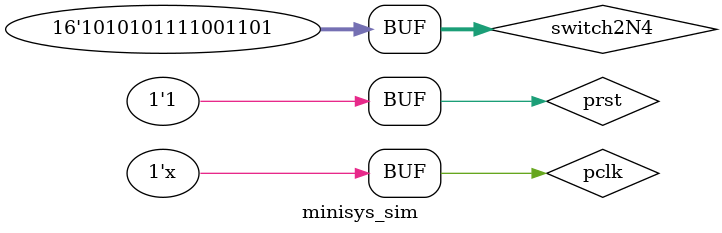
<source format=v>
`timescale 1ns / 1ps


module minisys_sim(

    );
    // input
    reg prst = 1'b0;
    reg pclk = 1'b0;
    reg[15:0] switch2N4;
    
    // output
    wire [15:0] led2N4; 
    minisys U(prst,pclk,led2N4,switch2N4);
    
    initial begin
        #1500  prst = 1'b1;
        switch2N4 = 16'hABCD;
    end

    always #5 pclk = ~pclk;
    
endmodule

</source>
